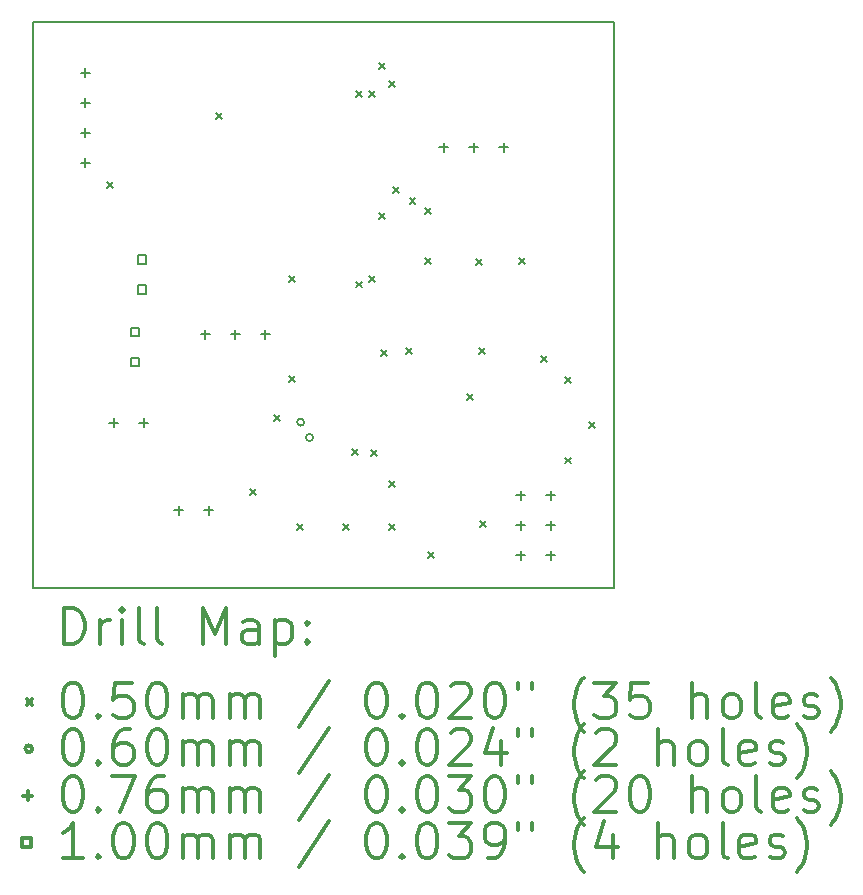
<source format=gbr>
%FSLAX45Y45*%
G04 Gerber Fmt 4.5, Leading zero omitted, Abs format (unit mm)*
G04 Created by KiCad (PCBNEW 4.0.2-4+6225~38~ubuntu14.04.1-stable) date Fri 13 May 2016 19:31:35 BST*
%MOMM*%
G01*
G04 APERTURE LIST*
%ADD10C,0.127000*%
%ADD11C,0.150000*%
%ADD12C,0.200000*%
%ADD13C,0.300000*%
G04 APERTURE END LIST*
D10*
D11*
X7519200Y-11348100D02*
X7531900Y-11348100D01*
X7519200Y-6560200D02*
X7519200Y-11348100D01*
X12434100Y-6560200D02*
X7519200Y-6560200D01*
X12434100Y-11348100D02*
X12434100Y-6560200D01*
X7531900Y-11348100D02*
X12434100Y-11348100D01*
D12*
X8145000Y-7915000D02*
X8195000Y-7965000D01*
X8195000Y-7915000D02*
X8145000Y-7965000D01*
X9068200Y-7328300D02*
X9118200Y-7378300D01*
X9118200Y-7328300D02*
X9068200Y-7378300D01*
X9355000Y-10515000D02*
X9405000Y-10565000D01*
X9405000Y-10515000D02*
X9355000Y-10565000D01*
X9555000Y-9885000D02*
X9605000Y-9935000D01*
X9605000Y-9885000D02*
X9555000Y-9935000D01*
X9685000Y-8705000D02*
X9735000Y-8755000D01*
X9735000Y-8705000D02*
X9685000Y-8755000D01*
X9685000Y-9555000D02*
X9735000Y-9605000D01*
X9735000Y-9555000D02*
X9685000Y-9605000D01*
X9755000Y-10805000D02*
X9805000Y-10855000D01*
X9805000Y-10805000D02*
X9755000Y-10855000D01*
X10145000Y-10805000D02*
X10195000Y-10855000D01*
X10195000Y-10805000D02*
X10145000Y-10855000D01*
X10215000Y-10175000D02*
X10265000Y-10225000D01*
X10265000Y-10175000D02*
X10215000Y-10225000D01*
X10255000Y-7145000D02*
X10305000Y-7195000D01*
X10305000Y-7145000D02*
X10255000Y-7195000D01*
X10255000Y-8755000D02*
X10305000Y-8805000D01*
X10305000Y-8755000D02*
X10255000Y-8805000D01*
X10365000Y-7145000D02*
X10415000Y-7195000D01*
X10415000Y-7145000D02*
X10365000Y-7195000D01*
X10365000Y-8705000D02*
X10415000Y-8755000D01*
X10415000Y-8705000D02*
X10365000Y-8755000D01*
X10375000Y-10185000D02*
X10425000Y-10235000D01*
X10425000Y-10185000D02*
X10375000Y-10235000D01*
X10445000Y-6905000D02*
X10495000Y-6955000D01*
X10495000Y-6905000D02*
X10445000Y-6955000D01*
X10445000Y-8175000D02*
X10495000Y-8225000D01*
X10495000Y-8175000D02*
X10445000Y-8225000D01*
X10465000Y-9335000D02*
X10515000Y-9385000D01*
X10515000Y-9335000D02*
X10465000Y-9385000D01*
X10535000Y-7055000D02*
X10585000Y-7105000D01*
X10585000Y-7055000D02*
X10535000Y-7105000D01*
X10535000Y-10445000D02*
X10585000Y-10495000D01*
X10585000Y-10445000D02*
X10535000Y-10495000D01*
X10535000Y-10805000D02*
X10585000Y-10855000D01*
X10585000Y-10805000D02*
X10535000Y-10855000D01*
X10565000Y-7955000D02*
X10615000Y-8005000D01*
X10615000Y-7955000D02*
X10565000Y-8005000D01*
X10675000Y-9315000D02*
X10725000Y-9365000D01*
X10725000Y-9315000D02*
X10675000Y-9365000D01*
X10705000Y-8047000D02*
X10755000Y-8097000D01*
X10755000Y-8047000D02*
X10705000Y-8097000D01*
X10835000Y-8133000D02*
X10885000Y-8183000D01*
X10885000Y-8133000D02*
X10835000Y-8183000D01*
X10835000Y-8555000D02*
X10885000Y-8605000D01*
X10885000Y-8555000D02*
X10835000Y-8605000D01*
X10865000Y-11045000D02*
X10915000Y-11095000D01*
X10915000Y-11045000D02*
X10865000Y-11095000D01*
X11195000Y-9705000D02*
X11245000Y-9755000D01*
X11245000Y-9705000D02*
X11195000Y-9755000D01*
X11265000Y-8565000D02*
X11315000Y-8615000D01*
X11315000Y-8565000D02*
X11265000Y-8615000D01*
X11295000Y-9315000D02*
X11345000Y-9365000D01*
X11345000Y-9315000D02*
X11295000Y-9365000D01*
X11305000Y-10785000D02*
X11355000Y-10835000D01*
X11355000Y-10785000D02*
X11305000Y-10835000D01*
X11635000Y-8555000D02*
X11685000Y-8605000D01*
X11685000Y-8555000D02*
X11635000Y-8605000D01*
X11815000Y-9385000D02*
X11865000Y-9435000D01*
X11865000Y-9385000D02*
X11815000Y-9435000D01*
X12025000Y-9565000D02*
X12075000Y-9615000D01*
X12075000Y-9565000D02*
X12025000Y-9615000D01*
X12025000Y-10245000D02*
X12075000Y-10295000D01*
X12075000Y-10245000D02*
X12025000Y-10295000D01*
X12225000Y-9945000D02*
X12275000Y-9995000D01*
X12275000Y-9945000D02*
X12225000Y-9995000D01*
X9812507Y-9945109D02*
G75*
G03X9812507Y-9945109I-29972J0D01*
G01*
X9887437Y-10074891D02*
G75*
G03X9887437Y-10074891I-29972J0D01*
G01*
X7960000Y-6947900D02*
X7960000Y-7024100D01*
X7921900Y-6986000D02*
X7998100Y-6986000D01*
X7960000Y-7201900D02*
X7960000Y-7278100D01*
X7921900Y-7240000D02*
X7998100Y-7240000D01*
X7960000Y-7455900D02*
X7960000Y-7532100D01*
X7921900Y-7494000D02*
X7998100Y-7494000D01*
X7960000Y-7709900D02*
X7960000Y-7786100D01*
X7921900Y-7748000D02*
X7998100Y-7748000D01*
X8200000Y-9911900D02*
X8200000Y-9988100D01*
X8161900Y-9950000D02*
X8238100Y-9950000D01*
X8454000Y-9911900D02*
X8454000Y-9988100D01*
X8415900Y-9950000D02*
X8492100Y-9950000D01*
X8750000Y-10651900D02*
X8750000Y-10728100D01*
X8711900Y-10690000D02*
X8788100Y-10690000D01*
X8976000Y-9161900D02*
X8976000Y-9238100D01*
X8937900Y-9200000D02*
X9014100Y-9200000D01*
X9004000Y-10651900D02*
X9004000Y-10728100D01*
X8965900Y-10690000D02*
X9042100Y-10690000D01*
X9230000Y-9161900D02*
X9230000Y-9238100D01*
X9191900Y-9200000D02*
X9268100Y-9200000D01*
X9484000Y-9161900D02*
X9484000Y-9238100D01*
X9445900Y-9200000D02*
X9522100Y-9200000D01*
X10996000Y-7581900D02*
X10996000Y-7658100D01*
X10957900Y-7620000D02*
X11034100Y-7620000D01*
X11250000Y-7581900D02*
X11250000Y-7658100D01*
X11211900Y-7620000D02*
X11288100Y-7620000D01*
X11504000Y-7581900D02*
X11504000Y-7658100D01*
X11465900Y-7620000D02*
X11542100Y-7620000D01*
X11646000Y-10527900D02*
X11646000Y-10604100D01*
X11607900Y-10566000D02*
X11684100Y-10566000D01*
X11646000Y-10781900D02*
X11646000Y-10858100D01*
X11607900Y-10820000D02*
X11684100Y-10820000D01*
X11646000Y-11035900D02*
X11646000Y-11112100D01*
X11607900Y-11074000D02*
X11684100Y-11074000D01*
X11900000Y-10527900D02*
X11900000Y-10604100D01*
X11861900Y-10566000D02*
X11938100Y-10566000D01*
X11900000Y-10781900D02*
X11900000Y-10858100D01*
X11861900Y-10820000D02*
X11938100Y-10820000D01*
X11900000Y-11035900D02*
X11900000Y-11112100D01*
X11861900Y-11074000D02*
X11938100Y-11074000D01*
X8415383Y-9215383D02*
X8415383Y-9144618D01*
X8344617Y-9144618D01*
X8344617Y-9215383D01*
X8415383Y-9215383D01*
X8415383Y-9469383D02*
X8415383Y-9398618D01*
X8344617Y-9398618D01*
X8344617Y-9469383D01*
X8415383Y-9469383D01*
X8475383Y-8605383D02*
X8475383Y-8534618D01*
X8404618Y-8534618D01*
X8404618Y-8605383D01*
X8475383Y-8605383D01*
X8475383Y-8859383D02*
X8475383Y-8788618D01*
X8404618Y-8788618D01*
X8404618Y-8859383D01*
X8475383Y-8859383D01*
D13*
X7783128Y-11821314D02*
X7783128Y-11521314D01*
X7854557Y-11521314D01*
X7897414Y-11535600D01*
X7925986Y-11564171D01*
X7940271Y-11592743D01*
X7954557Y-11649886D01*
X7954557Y-11692743D01*
X7940271Y-11749886D01*
X7925986Y-11778457D01*
X7897414Y-11807029D01*
X7854557Y-11821314D01*
X7783128Y-11821314D01*
X8083128Y-11821314D02*
X8083128Y-11621314D01*
X8083128Y-11678457D02*
X8097414Y-11649886D01*
X8111700Y-11635600D01*
X8140271Y-11621314D01*
X8168843Y-11621314D01*
X8268843Y-11821314D02*
X8268843Y-11621314D01*
X8268843Y-11521314D02*
X8254557Y-11535600D01*
X8268843Y-11549886D01*
X8283128Y-11535600D01*
X8268843Y-11521314D01*
X8268843Y-11549886D01*
X8454557Y-11821314D02*
X8425986Y-11807029D01*
X8411700Y-11778457D01*
X8411700Y-11521314D01*
X8611700Y-11821314D02*
X8583129Y-11807029D01*
X8568843Y-11778457D01*
X8568843Y-11521314D01*
X8954557Y-11821314D02*
X8954557Y-11521314D01*
X9054557Y-11735600D01*
X9154557Y-11521314D01*
X9154557Y-11821314D01*
X9425986Y-11821314D02*
X9425986Y-11664171D01*
X9411700Y-11635600D01*
X9383129Y-11621314D01*
X9325986Y-11621314D01*
X9297414Y-11635600D01*
X9425986Y-11807029D02*
X9397414Y-11821314D01*
X9325986Y-11821314D01*
X9297414Y-11807029D01*
X9283129Y-11778457D01*
X9283129Y-11749886D01*
X9297414Y-11721314D01*
X9325986Y-11707029D01*
X9397414Y-11707029D01*
X9425986Y-11692743D01*
X9568843Y-11621314D02*
X9568843Y-11921314D01*
X9568843Y-11635600D02*
X9597414Y-11621314D01*
X9654557Y-11621314D01*
X9683129Y-11635600D01*
X9697414Y-11649886D01*
X9711700Y-11678457D01*
X9711700Y-11764171D01*
X9697414Y-11792743D01*
X9683129Y-11807029D01*
X9654557Y-11821314D01*
X9597414Y-11821314D01*
X9568843Y-11807029D01*
X9840271Y-11792743D02*
X9854557Y-11807029D01*
X9840271Y-11821314D01*
X9825986Y-11807029D01*
X9840271Y-11792743D01*
X9840271Y-11821314D01*
X9840271Y-11635600D02*
X9854557Y-11649886D01*
X9840271Y-11664171D01*
X9825986Y-11649886D01*
X9840271Y-11635600D01*
X9840271Y-11664171D01*
X7461700Y-12290600D02*
X7511700Y-12340600D01*
X7511700Y-12290600D02*
X7461700Y-12340600D01*
X7840271Y-12151314D02*
X7868843Y-12151314D01*
X7897414Y-12165600D01*
X7911700Y-12179886D01*
X7925986Y-12208457D01*
X7940271Y-12265600D01*
X7940271Y-12337029D01*
X7925986Y-12394171D01*
X7911700Y-12422743D01*
X7897414Y-12437029D01*
X7868843Y-12451314D01*
X7840271Y-12451314D01*
X7811700Y-12437029D01*
X7797414Y-12422743D01*
X7783128Y-12394171D01*
X7768843Y-12337029D01*
X7768843Y-12265600D01*
X7783128Y-12208457D01*
X7797414Y-12179886D01*
X7811700Y-12165600D01*
X7840271Y-12151314D01*
X8068843Y-12422743D02*
X8083128Y-12437029D01*
X8068843Y-12451314D01*
X8054557Y-12437029D01*
X8068843Y-12422743D01*
X8068843Y-12451314D01*
X8354557Y-12151314D02*
X8211700Y-12151314D01*
X8197414Y-12294171D01*
X8211700Y-12279886D01*
X8240271Y-12265600D01*
X8311700Y-12265600D01*
X8340271Y-12279886D01*
X8354557Y-12294171D01*
X8368843Y-12322743D01*
X8368843Y-12394171D01*
X8354557Y-12422743D01*
X8340271Y-12437029D01*
X8311700Y-12451314D01*
X8240271Y-12451314D01*
X8211700Y-12437029D01*
X8197414Y-12422743D01*
X8554557Y-12151314D02*
X8583129Y-12151314D01*
X8611700Y-12165600D01*
X8625986Y-12179886D01*
X8640271Y-12208457D01*
X8654557Y-12265600D01*
X8654557Y-12337029D01*
X8640271Y-12394171D01*
X8625986Y-12422743D01*
X8611700Y-12437029D01*
X8583129Y-12451314D01*
X8554557Y-12451314D01*
X8525986Y-12437029D01*
X8511700Y-12422743D01*
X8497414Y-12394171D01*
X8483129Y-12337029D01*
X8483129Y-12265600D01*
X8497414Y-12208457D01*
X8511700Y-12179886D01*
X8525986Y-12165600D01*
X8554557Y-12151314D01*
X8783129Y-12451314D02*
X8783129Y-12251314D01*
X8783129Y-12279886D02*
X8797414Y-12265600D01*
X8825986Y-12251314D01*
X8868843Y-12251314D01*
X8897414Y-12265600D01*
X8911700Y-12294171D01*
X8911700Y-12451314D01*
X8911700Y-12294171D02*
X8925986Y-12265600D01*
X8954557Y-12251314D01*
X8997414Y-12251314D01*
X9025986Y-12265600D01*
X9040271Y-12294171D01*
X9040271Y-12451314D01*
X9183129Y-12451314D02*
X9183129Y-12251314D01*
X9183129Y-12279886D02*
X9197414Y-12265600D01*
X9225986Y-12251314D01*
X9268843Y-12251314D01*
X9297414Y-12265600D01*
X9311700Y-12294171D01*
X9311700Y-12451314D01*
X9311700Y-12294171D02*
X9325986Y-12265600D01*
X9354557Y-12251314D01*
X9397414Y-12251314D01*
X9425986Y-12265600D01*
X9440271Y-12294171D01*
X9440271Y-12451314D01*
X10025986Y-12137029D02*
X9768843Y-12522743D01*
X10411700Y-12151314D02*
X10440271Y-12151314D01*
X10468843Y-12165600D01*
X10483128Y-12179886D01*
X10497414Y-12208457D01*
X10511700Y-12265600D01*
X10511700Y-12337029D01*
X10497414Y-12394171D01*
X10483128Y-12422743D01*
X10468843Y-12437029D01*
X10440271Y-12451314D01*
X10411700Y-12451314D01*
X10383128Y-12437029D01*
X10368843Y-12422743D01*
X10354557Y-12394171D01*
X10340271Y-12337029D01*
X10340271Y-12265600D01*
X10354557Y-12208457D01*
X10368843Y-12179886D01*
X10383128Y-12165600D01*
X10411700Y-12151314D01*
X10640271Y-12422743D02*
X10654557Y-12437029D01*
X10640271Y-12451314D01*
X10625986Y-12437029D01*
X10640271Y-12422743D01*
X10640271Y-12451314D01*
X10840271Y-12151314D02*
X10868843Y-12151314D01*
X10897414Y-12165600D01*
X10911700Y-12179886D01*
X10925986Y-12208457D01*
X10940271Y-12265600D01*
X10940271Y-12337029D01*
X10925986Y-12394171D01*
X10911700Y-12422743D01*
X10897414Y-12437029D01*
X10868843Y-12451314D01*
X10840271Y-12451314D01*
X10811700Y-12437029D01*
X10797414Y-12422743D01*
X10783128Y-12394171D01*
X10768843Y-12337029D01*
X10768843Y-12265600D01*
X10783128Y-12208457D01*
X10797414Y-12179886D01*
X10811700Y-12165600D01*
X10840271Y-12151314D01*
X11054557Y-12179886D02*
X11068843Y-12165600D01*
X11097414Y-12151314D01*
X11168843Y-12151314D01*
X11197414Y-12165600D01*
X11211700Y-12179886D01*
X11225985Y-12208457D01*
X11225985Y-12237029D01*
X11211700Y-12279886D01*
X11040271Y-12451314D01*
X11225985Y-12451314D01*
X11411700Y-12151314D02*
X11440271Y-12151314D01*
X11468843Y-12165600D01*
X11483128Y-12179886D01*
X11497414Y-12208457D01*
X11511700Y-12265600D01*
X11511700Y-12337029D01*
X11497414Y-12394171D01*
X11483128Y-12422743D01*
X11468843Y-12437029D01*
X11440271Y-12451314D01*
X11411700Y-12451314D01*
X11383128Y-12437029D01*
X11368843Y-12422743D01*
X11354557Y-12394171D01*
X11340271Y-12337029D01*
X11340271Y-12265600D01*
X11354557Y-12208457D01*
X11368843Y-12179886D01*
X11383128Y-12165600D01*
X11411700Y-12151314D01*
X11625986Y-12151314D02*
X11625986Y-12208457D01*
X11740271Y-12151314D02*
X11740271Y-12208457D01*
X12183128Y-12565600D02*
X12168843Y-12551314D01*
X12140271Y-12508457D01*
X12125985Y-12479886D01*
X12111700Y-12437029D01*
X12097414Y-12365600D01*
X12097414Y-12308457D01*
X12111700Y-12237029D01*
X12125985Y-12194171D01*
X12140271Y-12165600D01*
X12168843Y-12122743D01*
X12183128Y-12108457D01*
X12268843Y-12151314D02*
X12454557Y-12151314D01*
X12354557Y-12265600D01*
X12397414Y-12265600D01*
X12425985Y-12279886D01*
X12440271Y-12294171D01*
X12454557Y-12322743D01*
X12454557Y-12394171D01*
X12440271Y-12422743D01*
X12425985Y-12437029D01*
X12397414Y-12451314D01*
X12311700Y-12451314D01*
X12283128Y-12437029D01*
X12268843Y-12422743D01*
X12725985Y-12151314D02*
X12583128Y-12151314D01*
X12568843Y-12294171D01*
X12583128Y-12279886D01*
X12611700Y-12265600D01*
X12683128Y-12265600D01*
X12711700Y-12279886D01*
X12725985Y-12294171D01*
X12740271Y-12322743D01*
X12740271Y-12394171D01*
X12725985Y-12422743D01*
X12711700Y-12437029D01*
X12683128Y-12451314D01*
X12611700Y-12451314D01*
X12583128Y-12437029D01*
X12568843Y-12422743D01*
X13097414Y-12451314D02*
X13097414Y-12151314D01*
X13225985Y-12451314D02*
X13225985Y-12294171D01*
X13211700Y-12265600D01*
X13183128Y-12251314D01*
X13140271Y-12251314D01*
X13111700Y-12265600D01*
X13097414Y-12279886D01*
X13411700Y-12451314D02*
X13383128Y-12437029D01*
X13368843Y-12422743D01*
X13354557Y-12394171D01*
X13354557Y-12308457D01*
X13368843Y-12279886D01*
X13383128Y-12265600D01*
X13411700Y-12251314D01*
X13454557Y-12251314D01*
X13483128Y-12265600D01*
X13497414Y-12279886D01*
X13511700Y-12308457D01*
X13511700Y-12394171D01*
X13497414Y-12422743D01*
X13483128Y-12437029D01*
X13454557Y-12451314D01*
X13411700Y-12451314D01*
X13683128Y-12451314D02*
X13654557Y-12437029D01*
X13640271Y-12408457D01*
X13640271Y-12151314D01*
X13911700Y-12437029D02*
X13883128Y-12451314D01*
X13825986Y-12451314D01*
X13797414Y-12437029D01*
X13783128Y-12408457D01*
X13783128Y-12294171D01*
X13797414Y-12265600D01*
X13825986Y-12251314D01*
X13883128Y-12251314D01*
X13911700Y-12265600D01*
X13925986Y-12294171D01*
X13925986Y-12322743D01*
X13783128Y-12351314D01*
X14040271Y-12437029D02*
X14068843Y-12451314D01*
X14125986Y-12451314D01*
X14154557Y-12437029D01*
X14168843Y-12408457D01*
X14168843Y-12394171D01*
X14154557Y-12365600D01*
X14125986Y-12351314D01*
X14083128Y-12351314D01*
X14054557Y-12337029D01*
X14040271Y-12308457D01*
X14040271Y-12294171D01*
X14054557Y-12265600D01*
X14083128Y-12251314D01*
X14125986Y-12251314D01*
X14154557Y-12265600D01*
X14268843Y-12565600D02*
X14283128Y-12551314D01*
X14311700Y-12508457D01*
X14325986Y-12479886D01*
X14340271Y-12437029D01*
X14354557Y-12365600D01*
X14354557Y-12308457D01*
X14340271Y-12237029D01*
X14325986Y-12194171D01*
X14311700Y-12165600D01*
X14283128Y-12122743D01*
X14268843Y-12108457D01*
X7511700Y-12711600D02*
G75*
G03X7511700Y-12711600I-29972J0D01*
G01*
X7840271Y-12547314D02*
X7868843Y-12547314D01*
X7897414Y-12561600D01*
X7911700Y-12575886D01*
X7925986Y-12604457D01*
X7940271Y-12661600D01*
X7940271Y-12733029D01*
X7925986Y-12790171D01*
X7911700Y-12818743D01*
X7897414Y-12833029D01*
X7868843Y-12847314D01*
X7840271Y-12847314D01*
X7811700Y-12833029D01*
X7797414Y-12818743D01*
X7783128Y-12790171D01*
X7768843Y-12733029D01*
X7768843Y-12661600D01*
X7783128Y-12604457D01*
X7797414Y-12575886D01*
X7811700Y-12561600D01*
X7840271Y-12547314D01*
X8068843Y-12818743D02*
X8083128Y-12833029D01*
X8068843Y-12847314D01*
X8054557Y-12833029D01*
X8068843Y-12818743D01*
X8068843Y-12847314D01*
X8340271Y-12547314D02*
X8283128Y-12547314D01*
X8254557Y-12561600D01*
X8240271Y-12575886D01*
X8211700Y-12618743D01*
X8197414Y-12675886D01*
X8197414Y-12790171D01*
X8211700Y-12818743D01*
X8225986Y-12833029D01*
X8254557Y-12847314D01*
X8311700Y-12847314D01*
X8340271Y-12833029D01*
X8354557Y-12818743D01*
X8368843Y-12790171D01*
X8368843Y-12718743D01*
X8354557Y-12690171D01*
X8340271Y-12675886D01*
X8311700Y-12661600D01*
X8254557Y-12661600D01*
X8225986Y-12675886D01*
X8211700Y-12690171D01*
X8197414Y-12718743D01*
X8554557Y-12547314D02*
X8583129Y-12547314D01*
X8611700Y-12561600D01*
X8625986Y-12575886D01*
X8640271Y-12604457D01*
X8654557Y-12661600D01*
X8654557Y-12733029D01*
X8640271Y-12790171D01*
X8625986Y-12818743D01*
X8611700Y-12833029D01*
X8583129Y-12847314D01*
X8554557Y-12847314D01*
X8525986Y-12833029D01*
X8511700Y-12818743D01*
X8497414Y-12790171D01*
X8483129Y-12733029D01*
X8483129Y-12661600D01*
X8497414Y-12604457D01*
X8511700Y-12575886D01*
X8525986Y-12561600D01*
X8554557Y-12547314D01*
X8783129Y-12847314D02*
X8783129Y-12647314D01*
X8783129Y-12675886D02*
X8797414Y-12661600D01*
X8825986Y-12647314D01*
X8868843Y-12647314D01*
X8897414Y-12661600D01*
X8911700Y-12690171D01*
X8911700Y-12847314D01*
X8911700Y-12690171D02*
X8925986Y-12661600D01*
X8954557Y-12647314D01*
X8997414Y-12647314D01*
X9025986Y-12661600D01*
X9040271Y-12690171D01*
X9040271Y-12847314D01*
X9183129Y-12847314D02*
X9183129Y-12647314D01*
X9183129Y-12675886D02*
X9197414Y-12661600D01*
X9225986Y-12647314D01*
X9268843Y-12647314D01*
X9297414Y-12661600D01*
X9311700Y-12690171D01*
X9311700Y-12847314D01*
X9311700Y-12690171D02*
X9325986Y-12661600D01*
X9354557Y-12647314D01*
X9397414Y-12647314D01*
X9425986Y-12661600D01*
X9440271Y-12690171D01*
X9440271Y-12847314D01*
X10025986Y-12533029D02*
X9768843Y-12918743D01*
X10411700Y-12547314D02*
X10440271Y-12547314D01*
X10468843Y-12561600D01*
X10483128Y-12575886D01*
X10497414Y-12604457D01*
X10511700Y-12661600D01*
X10511700Y-12733029D01*
X10497414Y-12790171D01*
X10483128Y-12818743D01*
X10468843Y-12833029D01*
X10440271Y-12847314D01*
X10411700Y-12847314D01*
X10383128Y-12833029D01*
X10368843Y-12818743D01*
X10354557Y-12790171D01*
X10340271Y-12733029D01*
X10340271Y-12661600D01*
X10354557Y-12604457D01*
X10368843Y-12575886D01*
X10383128Y-12561600D01*
X10411700Y-12547314D01*
X10640271Y-12818743D02*
X10654557Y-12833029D01*
X10640271Y-12847314D01*
X10625986Y-12833029D01*
X10640271Y-12818743D01*
X10640271Y-12847314D01*
X10840271Y-12547314D02*
X10868843Y-12547314D01*
X10897414Y-12561600D01*
X10911700Y-12575886D01*
X10925986Y-12604457D01*
X10940271Y-12661600D01*
X10940271Y-12733029D01*
X10925986Y-12790171D01*
X10911700Y-12818743D01*
X10897414Y-12833029D01*
X10868843Y-12847314D01*
X10840271Y-12847314D01*
X10811700Y-12833029D01*
X10797414Y-12818743D01*
X10783128Y-12790171D01*
X10768843Y-12733029D01*
X10768843Y-12661600D01*
X10783128Y-12604457D01*
X10797414Y-12575886D01*
X10811700Y-12561600D01*
X10840271Y-12547314D01*
X11054557Y-12575886D02*
X11068843Y-12561600D01*
X11097414Y-12547314D01*
X11168843Y-12547314D01*
X11197414Y-12561600D01*
X11211700Y-12575886D01*
X11225985Y-12604457D01*
X11225985Y-12633029D01*
X11211700Y-12675886D01*
X11040271Y-12847314D01*
X11225985Y-12847314D01*
X11483128Y-12647314D02*
X11483128Y-12847314D01*
X11411700Y-12533029D02*
X11340271Y-12747314D01*
X11525985Y-12747314D01*
X11625986Y-12547314D02*
X11625986Y-12604457D01*
X11740271Y-12547314D02*
X11740271Y-12604457D01*
X12183128Y-12961600D02*
X12168843Y-12947314D01*
X12140271Y-12904457D01*
X12125985Y-12875886D01*
X12111700Y-12833029D01*
X12097414Y-12761600D01*
X12097414Y-12704457D01*
X12111700Y-12633029D01*
X12125985Y-12590171D01*
X12140271Y-12561600D01*
X12168843Y-12518743D01*
X12183128Y-12504457D01*
X12283128Y-12575886D02*
X12297414Y-12561600D01*
X12325985Y-12547314D01*
X12397414Y-12547314D01*
X12425985Y-12561600D01*
X12440271Y-12575886D01*
X12454557Y-12604457D01*
X12454557Y-12633029D01*
X12440271Y-12675886D01*
X12268843Y-12847314D01*
X12454557Y-12847314D01*
X12811700Y-12847314D02*
X12811700Y-12547314D01*
X12940271Y-12847314D02*
X12940271Y-12690171D01*
X12925985Y-12661600D01*
X12897414Y-12647314D01*
X12854557Y-12647314D01*
X12825985Y-12661600D01*
X12811700Y-12675886D01*
X13125985Y-12847314D02*
X13097414Y-12833029D01*
X13083128Y-12818743D01*
X13068843Y-12790171D01*
X13068843Y-12704457D01*
X13083128Y-12675886D01*
X13097414Y-12661600D01*
X13125985Y-12647314D01*
X13168843Y-12647314D01*
X13197414Y-12661600D01*
X13211700Y-12675886D01*
X13225985Y-12704457D01*
X13225985Y-12790171D01*
X13211700Y-12818743D01*
X13197414Y-12833029D01*
X13168843Y-12847314D01*
X13125985Y-12847314D01*
X13397414Y-12847314D02*
X13368843Y-12833029D01*
X13354557Y-12804457D01*
X13354557Y-12547314D01*
X13625986Y-12833029D02*
X13597414Y-12847314D01*
X13540271Y-12847314D01*
X13511700Y-12833029D01*
X13497414Y-12804457D01*
X13497414Y-12690171D01*
X13511700Y-12661600D01*
X13540271Y-12647314D01*
X13597414Y-12647314D01*
X13625986Y-12661600D01*
X13640271Y-12690171D01*
X13640271Y-12718743D01*
X13497414Y-12747314D01*
X13754557Y-12833029D02*
X13783128Y-12847314D01*
X13840271Y-12847314D01*
X13868843Y-12833029D01*
X13883128Y-12804457D01*
X13883128Y-12790171D01*
X13868843Y-12761600D01*
X13840271Y-12747314D01*
X13797414Y-12747314D01*
X13768843Y-12733029D01*
X13754557Y-12704457D01*
X13754557Y-12690171D01*
X13768843Y-12661600D01*
X13797414Y-12647314D01*
X13840271Y-12647314D01*
X13868843Y-12661600D01*
X13983128Y-12961600D02*
X13997414Y-12947314D01*
X14025986Y-12904457D01*
X14040271Y-12875886D01*
X14054557Y-12833029D01*
X14068843Y-12761600D01*
X14068843Y-12704457D01*
X14054557Y-12633029D01*
X14040271Y-12590171D01*
X14025986Y-12561600D01*
X13997414Y-12518743D01*
X13983128Y-12504457D01*
X7473600Y-13069500D02*
X7473600Y-13145700D01*
X7435500Y-13107600D02*
X7511700Y-13107600D01*
X7840271Y-12943314D02*
X7868843Y-12943314D01*
X7897414Y-12957600D01*
X7911700Y-12971886D01*
X7925986Y-13000457D01*
X7940271Y-13057600D01*
X7940271Y-13129029D01*
X7925986Y-13186171D01*
X7911700Y-13214743D01*
X7897414Y-13229029D01*
X7868843Y-13243314D01*
X7840271Y-13243314D01*
X7811700Y-13229029D01*
X7797414Y-13214743D01*
X7783128Y-13186171D01*
X7768843Y-13129029D01*
X7768843Y-13057600D01*
X7783128Y-13000457D01*
X7797414Y-12971886D01*
X7811700Y-12957600D01*
X7840271Y-12943314D01*
X8068843Y-13214743D02*
X8083128Y-13229029D01*
X8068843Y-13243314D01*
X8054557Y-13229029D01*
X8068843Y-13214743D01*
X8068843Y-13243314D01*
X8183128Y-12943314D02*
X8383128Y-12943314D01*
X8254557Y-13243314D01*
X8625986Y-12943314D02*
X8568843Y-12943314D01*
X8540271Y-12957600D01*
X8525986Y-12971886D01*
X8497414Y-13014743D01*
X8483129Y-13071886D01*
X8483129Y-13186171D01*
X8497414Y-13214743D01*
X8511700Y-13229029D01*
X8540271Y-13243314D01*
X8597414Y-13243314D01*
X8625986Y-13229029D01*
X8640271Y-13214743D01*
X8654557Y-13186171D01*
X8654557Y-13114743D01*
X8640271Y-13086171D01*
X8625986Y-13071886D01*
X8597414Y-13057600D01*
X8540271Y-13057600D01*
X8511700Y-13071886D01*
X8497414Y-13086171D01*
X8483129Y-13114743D01*
X8783129Y-13243314D02*
X8783129Y-13043314D01*
X8783129Y-13071886D02*
X8797414Y-13057600D01*
X8825986Y-13043314D01*
X8868843Y-13043314D01*
X8897414Y-13057600D01*
X8911700Y-13086171D01*
X8911700Y-13243314D01*
X8911700Y-13086171D02*
X8925986Y-13057600D01*
X8954557Y-13043314D01*
X8997414Y-13043314D01*
X9025986Y-13057600D01*
X9040271Y-13086171D01*
X9040271Y-13243314D01*
X9183129Y-13243314D02*
X9183129Y-13043314D01*
X9183129Y-13071886D02*
X9197414Y-13057600D01*
X9225986Y-13043314D01*
X9268843Y-13043314D01*
X9297414Y-13057600D01*
X9311700Y-13086171D01*
X9311700Y-13243314D01*
X9311700Y-13086171D02*
X9325986Y-13057600D01*
X9354557Y-13043314D01*
X9397414Y-13043314D01*
X9425986Y-13057600D01*
X9440271Y-13086171D01*
X9440271Y-13243314D01*
X10025986Y-12929029D02*
X9768843Y-13314743D01*
X10411700Y-12943314D02*
X10440271Y-12943314D01*
X10468843Y-12957600D01*
X10483128Y-12971886D01*
X10497414Y-13000457D01*
X10511700Y-13057600D01*
X10511700Y-13129029D01*
X10497414Y-13186171D01*
X10483128Y-13214743D01*
X10468843Y-13229029D01*
X10440271Y-13243314D01*
X10411700Y-13243314D01*
X10383128Y-13229029D01*
X10368843Y-13214743D01*
X10354557Y-13186171D01*
X10340271Y-13129029D01*
X10340271Y-13057600D01*
X10354557Y-13000457D01*
X10368843Y-12971886D01*
X10383128Y-12957600D01*
X10411700Y-12943314D01*
X10640271Y-13214743D02*
X10654557Y-13229029D01*
X10640271Y-13243314D01*
X10625986Y-13229029D01*
X10640271Y-13214743D01*
X10640271Y-13243314D01*
X10840271Y-12943314D02*
X10868843Y-12943314D01*
X10897414Y-12957600D01*
X10911700Y-12971886D01*
X10925986Y-13000457D01*
X10940271Y-13057600D01*
X10940271Y-13129029D01*
X10925986Y-13186171D01*
X10911700Y-13214743D01*
X10897414Y-13229029D01*
X10868843Y-13243314D01*
X10840271Y-13243314D01*
X10811700Y-13229029D01*
X10797414Y-13214743D01*
X10783128Y-13186171D01*
X10768843Y-13129029D01*
X10768843Y-13057600D01*
X10783128Y-13000457D01*
X10797414Y-12971886D01*
X10811700Y-12957600D01*
X10840271Y-12943314D01*
X11040271Y-12943314D02*
X11225985Y-12943314D01*
X11125986Y-13057600D01*
X11168843Y-13057600D01*
X11197414Y-13071886D01*
X11211700Y-13086171D01*
X11225985Y-13114743D01*
X11225985Y-13186171D01*
X11211700Y-13214743D01*
X11197414Y-13229029D01*
X11168843Y-13243314D01*
X11083128Y-13243314D01*
X11054557Y-13229029D01*
X11040271Y-13214743D01*
X11411700Y-12943314D02*
X11440271Y-12943314D01*
X11468843Y-12957600D01*
X11483128Y-12971886D01*
X11497414Y-13000457D01*
X11511700Y-13057600D01*
X11511700Y-13129029D01*
X11497414Y-13186171D01*
X11483128Y-13214743D01*
X11468843Y-13229029D01*
X11440271Y-13243314D01*
X11411700Y-13243314D01*
X11383128Y-13229029D01*
X11368843Y-13214743D01*
X11354557Y-13186171D01*
X11340271Y-13129029D01*
X11340271Y-13057600D01*
X11354557Y-13000457D01*
X11368843Y-12971886D01*
X11383128Y-12957600D01*
X11411700Y-12943314D01*
X11625986Y-12943314D02*
X11625986Y-13000457D01*
X11740271Y-12943314D02*
X11740271Y-13000457D01*
X12183128Y-13357600D02*
X12168843Y-13343314D01*
X12140271Y-13300457D01*
X12125985Y-13271886D01*
X12111700Y-13229029D01*
X12097414Y-13157600D01*
X12097414Y-13100457D01*
X12111700Y-13029029D01*
X12125985Y-12986171D01*
X12140271Y-12957600D01*
X12168843Y-12914743D01*
X12183128Y-12900457D01*
X12283128Y-12971886D02*
X12297414Y-12957600D01*
X12325985Y-12943314D01*
X12397414Y-12943314D01*
X12425985Y-12957600D01*
X12440271Y-12971886D01*
X12454557Y-13000457D01*
X12454557Y-13029029D01*
X12440271Y-13071886D01*
X12268843Y-13243314D01*
X12454557Y-13243314D01*
X12640271Y-12943314D02*
X12668843Y-12943314D01*
X12697414Y-12957600D01*
X12711700Y-12971886D01*
X12725985Y-13000457D01*
X12740271Y-13057600D01*
X12740271Y-13129029D01*
X12725985Y-13186171D01*
X12711700Y-13214743D01*
X12697414Y-13229029D01*
X12668843Y-13243314D01*
X12640271Y-13243314D01*
X12611700Y-13229029D01*
X12597414Y-13214743D01*
X12583128Y-13186171D01*
X12568843Y-13129029D01*
X12568843Y-13057600D01*
X12583128Y-13000457D01*
X12597414Y-12971886D01*
X12611700Y-12957600D01*
X12640271Y-12943314D01*
X13097414Y-13243314D02*
X13097414Y-12943314D01*
X13225985Y-13243314D02*
X13225985Y-13086171D01*
X13211700Y-13057600D01*
X13183128Y-13043314D01*
X13140271Y-13043314D01*
X13111700Y-13057600D01*
X13097414Y-13071886D01*
X13411700Y-13243314D02*
X13383128Y-13229029D01*
X13368843Y-13214743D01*
X13354557Y-13186171D01*
X13354557Y-13100457D01*
X13368843Y-13071886D01*
X13383128Y-13057600D01*
X13411700Y-13043314D01*
X13454557Y-13043314D01*
X13483128Y-13057600D01*
X13497414Y-13071886D01*
X13511700Y-13100457D01*
X13511700Y-13186171D01*
X13497414Y-13214743D01*
X13483128Y-13229029D01*
X13454557Y-13243314D01*
X13411700Y-13243314D01*
X13683128Y-13243314D02*
X13654557Y-13229029D01*
X13640271Y-13200457D01*
X13640271Y-12943314D01*
X13911700Y-13229029D02*
X13883128Y-13243314D01*
X13825986Y-13243314D01*
X13797414Y-13229029D01*
X13783128Y-13200457D01*
X13783128Y-13086171D01*
X13797414Y-13057600D01*
X13825986Y-13043314D01*
X13883128Y-13043314D01*
X13911700Y-13057600D01*
X13925986Y-13086171D01*
X13925986Y-13114743D01*
X13783128Y-13143314D01*
X14040271Y-13229029D02*
X14068843Y-13243314D01*
X14125986Y-13243314D01*
X14154557Y-13229029D01*
X14168843Y-13200457D01*
X14168843Y-13186171D01*
X14154557Y-13157600D01*
X14125986Y-13143314D01*
X14083128Y-13143314D01*
X14054557Y-13129029D01*
X14040271Y-13100457D01*
X14040271Y-13086171D01*
X14054557Y-13057600D01*
X14083128Y-13043314D01*
X14125986Y-13043314D01*
X14154557Y-13057600D01*
X14268843Y-13357600D02*
X14283128Y-13343314D01*
X14311700Y-13300457D01*
X14325986Y-13271886D01*
X14340271Y-13229029D01*
X14354557Y-13157600D01*
X14354557Y-13100457D01*
X14340271Y-13029029D01*
X14325986Y-12986171D01*
X14311700Y-12957600D01*
X14283128Y-12914743D01*
X14268843Y-12900457D01*
X7497044Y-13538983D02*
X7497044Y-13468218D01*
X7426279Y-13468218D01*
X7426279Y-13538983D01*
X7497044Y-13538983D01*
X7940271Y-13639314D02*
X7768843Y-13639314D01*
X7854557Y-13639314D02*
X7854557Y-13339314D01*
X7825986Y-13382171D01*
X7797414Y-13410743D01*
X7768843Y-13425029D01*
X8068843Y-13610743D02*
X8083128Y-13625029D01*
X8068843Y-13639314D01*
X8054557Y-13625029D01*
X8068843Y-13610743D01*
X8068843Y-13639314D01*
X8268843Y-13339314D02*
X8297414Y-13339314D01*
X8325986Y-13353600D01*
X8340271Y-13367886D01*
X8354557Y-13396457D01*
X8368843Y-13453600D01*
X8368843Y-13525029D01*
X8354557Y-13582171D01*
X8340271Y-13610743D01*
X8325986Y-13625029D01*
X8297414Y-13639314D01*
X8268843Y-13639314D01*
X8240271Y-13625029D01*
X8225986Y-13610743D01*
X8211700Y-13582171D01*
X8197414Y-13525029D01*
X8197414Y-13453600D01*
X8211700Y-13396457D01*
X8225986Y-13367886D01*
X8240271Y-13353600D01*
X8268843Y-13339314D01*
X8554557Y-13339314D02*
X8583129Y-13339314D01*
X8611700Y-13353600D01*
X8625986Y-13367886D01*
X8640271Y-13396457D01*
X8654557Y-13453600D01*
X8654557Y-13525029D01*
X8640271Y-13582171D01*
X8625986Y-13610743D01*
X8611700Y-13625029D01*
X8583129Y-13639314D01*
X8554557Y-13639314D01*
X8525986Y-13625029D01*
X8511700Y-13610743D01*
X8497414Y-13582171D01*
X8483129Y-13525029D01*
X8483129Y-13453600D01*
X8497414Y-13396457D01*
X8511700Y-13367886D01*
X8525986Y-13353600D01*
X8554557Y-13339314D01*
X8783129Y-13639314D02*
X8783129Y-13439314D01*
X8783129Y-13467886D02*
X8797414Y-13453600D01*
X8825986Y-13439314D01*
X8868843Y-13439314D01*
X8897414Y-13453600D01*
X8911700Y-13482171D01*
X8911700Y-13639314D01*
X8911700Y-13482171D02*
X8925986Y-13453600D01*
X8954557Y-13439314D01*
X8997414Y-13439314D01*
X9025986Y-13453600D01*
X9040271Y-13482171D01*
X9040271Y-13639314D01*
X9183129Y-13639314D02*
X9183129Y-13439314D01*
X9183129Y-13467886D02*
X9197414Y-13453600D01*
X9225986Y-13439314D01*
X9268843Y-13439314D01*
X9297414Y-13453600D01*
X9311700Y-13482171D01*
X9311700Y-13639314D01*
X9311700Y-13482171D02*
X9325986Y-13453600D01*
X9354557Y-13439314D01*
X9397414Y-13439314D01*
X9425986Y-13453600D01*
X9440271Y-13482171D01*
X9440271Y-13639314D01*
X10025986Y-13325029D02*
X9768843Y-13710743D01*
X10411700Y-13339314D02*
X10440271Y-13339314D01*
X10468843Y-13353600D01*
X10483128Y-13367886D01*
X10497414Y-13396457D01*
X10511700Y-13453600D01*
X10511700Y-13525029D01*
X10497414Y-13582171D01*
X10483128Y-13610743D01*
X10468843Y-13625029D01*
X10440271Y-13639314D01*
X10411700Y-13639314D01*
X10383128Y-13625029D01*
X10368843Y-13610743D01*
X10354557Y-13582171D01*
X10340271Y-13525029D01*
X10340271Y-13453600D01*
X10354557Y-13396457D01*
X10368843Y-13367886D01*
X10383128Y-13353600D01*
X10411700Y-13339314D01*
X10640271Y-13610743D02*
X10654557Y-13625029D01*
X10640271Y-13639314D01*
X10625986Y-13625029D01*
X10640271Y-13610743D01*
X10640271Y-13639314D01*
X10840271Y-13339314D02*
X10868843Y-13339314D01*
X10897414Y-13353600D01*
X10911700Y-13367886D01*
X10925986Y-13396457D01*
X10940271Y-13453600D01*
X10940271Y-13525029D01*
X10925986Y-13582171D01*
X10911700Y-13610743D01*
X10897414Y-13625029D01*
X10868843Y-13639314D01*
X10840271Y-13639314D01*
X10811700Y-13625029D01*
X10797414Y-13610743D01*
X10783128Y-13582171D01*
X10768843Y-13525029D01*
X10768843Y-13453600D01*
X10783128Y-13396457D01*
X10797414Y-13367886D01*
X10811700Y-13353600D01*
X10840271Y-13339314D01*
X11040271Y-13339314D02*
X11225985Y-13339314D01*
X11125986Y-13453600D01*
X11168843Y-13453600D01*
X11197414Y-13467886D01*
X11211700Y-13482171D01*
X11225985Y-13510743D01*
X11225985Y-13582171D01*
X11211700Y-13610743D01*
X11197414Y-13625029D01*
X11168843Y-13639314D01*
X11083128Y-13639314D01*
X11054557Y-13625029D01*
X11040271Y-13610743D01*
X11368843Y-13639314D02*
X11425985Y-13639314D01*
X11454557Y-13625029D01*
X11468843Y-13610743D01*
X11497414Y-13567886D01*
X11511700Y-13510743D01*
X11511700Y-13396457D01*
X11497414Y-13367886D01*
X11483128Y-13353600D01*
X11454557Y-13339314D01*
X11397414Y-13339314D01*
X11368843Y-13353600D01*
X11354557Y-13367886D01*
X11340271Y-13396457D01*
X11340271Y-13467886D01*
X11354557Y-13496457D01*
X11368843Y-13510743D01*
X11397414Y-13525029D01*
X11454557Y-13525029D01*
X11483128Y-13510743D01*
X11497414Y-13496457D01*
X11511700Y-13467886D01*
X11625986Y-13339314D02*
X11625986Y-13396457D01*
X11740271Y-13339314D02*
X11740271Y-13396457D01*
X12183128Y-13753600D02*
X12168843Y-13739314D01*
X12140271Y-13696457D01*
X12125985Y-13667886D01*
X12111700Y-13625029D01*
X12097414Y-13553600D01*
X12097414Y-13496457D01*
X12111700Y-13425029D01*
X12125985Y-13382171D01*
X12140271Y-13353600D01*
X12168843Y-13310743D01*
X12183128Y-13296457D01*
X12425985Y-13439314D02*
X12425985Y-13639314D01*
X12354557Y-13325029D02*
X12283128Y-13539314D01*
X12468843Y-13539314D01*
X12811700Y-13639314D02*
X12811700Y-13339314D01*
X12940271Y-13639314D02*
X12940271Y-13482171D01*
X12925985Y-13453600D01*
X12897414Y-13439314D01*
X12854557Y-13439314D01*
X12825985Y-13453600D01*
X12811700Y-13467886D01*
X13125985Y-13639314D02*
X13097414Y-13625029D01*
X13083128Y-13610743D01*
X13068843Y-13582171D01*
X13068843Y-13496457D01*
X13083128Y-13467886D01*
X13097414Y-13453600D01*
X13125985Y-13439314D01*
X13168843Y-13439314D01*
X13197414Y-13453600D01*
X13211700Y-13467886D01*
X13225985Y-13496457D01*
X13225985Y-13582171D01*
X13211700Y-13610743D01*
X13197414Y-13625029D01*
X13168843Y-13639314D01*
X13125985Y-13639314D01*
X13397414Y-13639314D02*
X13368843Y-13625029D01*
X13354557Y-13596457D01*
X13354557Y-13339314D01*
X13625986Y-13625029D02*
X13597414Y-13639314D01*
X13540271Y-13639314D01*
X13511700Y-13625029D01*
X13497414Y-13596457D01*
X13497414Y-13482171D01*
X13511700Y-13453600D01*
X13540271Y-13439314D01*
X13597414Y-13439314D01*
X13625986Y-13453600D01*
X13640271Y-13482171D01*
X13640271Y-13510743D01*
X13497414Y-13539314D01*
X13754557Y-13625029D02*
X13783128Y-13639314D01*
X13840271Y-13639314D01*
X13868843Y-13625029D01*
X13883128Y-13596457D01*
X13883128Y-13582171D01*
X13868843Y-13553600D01*
X13840271Y-13539314D01*
X13797414Y-13539314D01*
X13768843Y-13525029D01*
X13754557Y-13496457D01*
X13754557Y-13482171D01*
X13768843Y-13453600D01*
X13797414Y-13439314D01*
X13840271Y-13439314D01*
X13868843Y-13453600D01*
X13983128Y-13753600D02*
X13997414Y-13739314D01*
X14025986Y-13696457D01*
X14040271Y-13667886D01*
X14054557Y-13625029D01*
X14068843Y-13553600D01*
X14068843Y-13496457D01*
X14054557Y-13425029D01*
X14040271Y-13382171D01*
X14025986Y-13353600D01*
X13997414Y-13310743D01*
X13983128Y-13296457D01*
M02*

</source>
